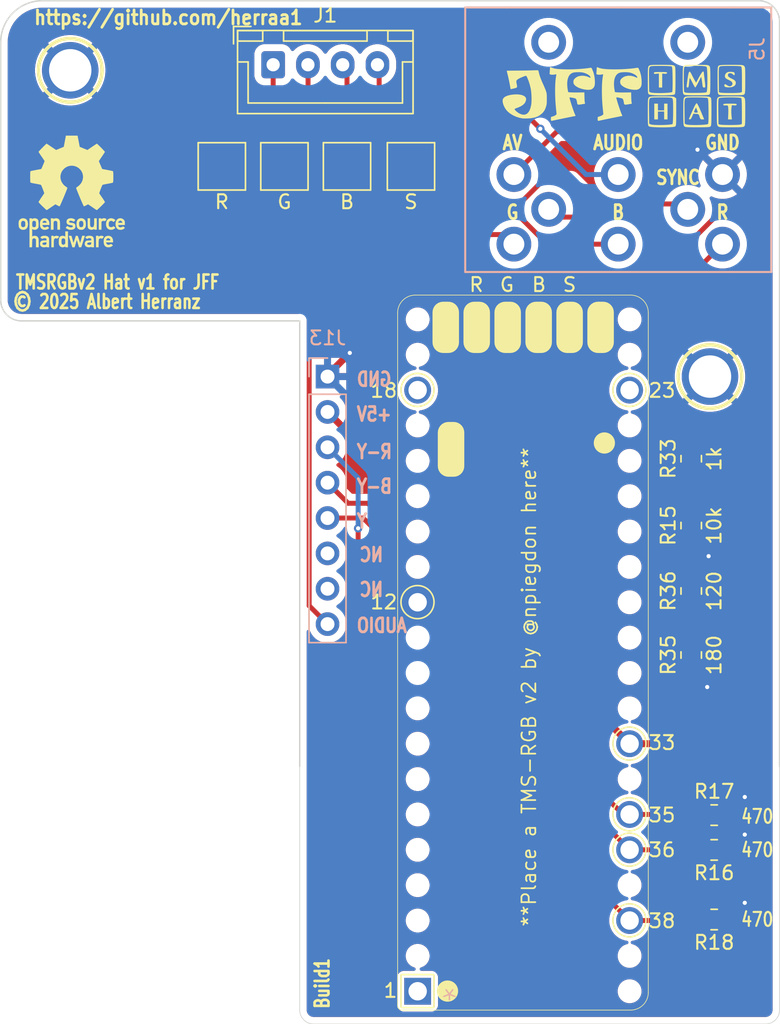
<source format=kicad_pcb>
(kicad_pcb (version 20241229) (generator "pcbnew") (generator_version "9.0")
  (title_block (title "TMSRGBv2 Hat v1 for JFF") (date "2025-07-13") (rev "Build1") (company "Albert Herranz"))
  (layers (0 "F.Cu" signal) (2 "B.Cu" signal) (13 "F.Paste" user) (15 "B.Paste" user) (5 "F.SilkS" user "F.Silkscreen") (7 "B.SilkS" user "B.Silkscreen") (1 "F.Mask" user) (3 "B.Mask" user) (25 "Edge.Cuts" user))
  (net 0 "")
  (net 1 "GND")
  (net 2 "+5V")
  (net 3 "CPUCLK{slash}R-Y")
  (net 4 "EXTVDP{slash}B-Y")
  (net 5 "COMVID{slash}Y")
  (net 6 "AUDIO")
  (net 8 "ROUT")
  (net 9 "GOUT")
  (net 10 "BOUT")
  (net 11 "SYNC_75")
  (net 12 "/YS")
  (net 13 "/AV")
  (footprint "My_Components:Hole_3mm" (layer "F.Cu") (at 67.4 66.5)
    (property "Reference" "HOLE1" (hide yes))
    (property "Value" "HOLE" (hide yes))
  )
  (footprint "TestPoint:TestPoint_Pad_3.0x3.0mm" (layer "F.Cu") (at 87.3 73.4)
    (property "Reference" "H3" (hide yes))
    (property "Value" "B")
  )
  (footprint "TestPoint:TestPoint_Pad_3.0x3.0mm" (layer "F.Cu") (at 78.3 73.4)
    (property "Reference" "H1" (hide yes))
    (property "Value" "R")
  )
  (footprint "Resistor_SMD:R_0805_2012Metric_Pad1.20x1.40mm_HandSolder" (layer "F.Cu") (at 113.7 127.5 180)
    (property "Reference" "R18")
    (property "Value" "470")
  )
  (footprint "TestPoint:TestPoint_Pad_3.0x3.0mm" (layer "F.Cu") (at 82.8 73.4)
    (property "Reference" "H2" (hide yes))
    (property "Value" "G")
  )
  (footprint "Resistor_SMD:R_0805_2012Metric_Pad1.20x1.40mm_HandSolder" (layer "F.Cu") (at 112.05 103.9 90)
    (property "Reference" "R36")
    (property "Value" "120")
  )
  (footprint "Resistor_SMD:R_0805_2012Metric_Pad1.20x1.40mm_HandSolder" (layer "F.Cu") (at 112.05 108.5 90)
    (property "Reference" "R35")
    (property "Value" "180")
  )
  (footprint "Symbol:OSHW-Logo_7.5x8mm_SilkScreen" (layer "F.Cu") (at 67.5 75.2)
    (property "Reference" "SYM1" (hide yes))
    (property "Value" "Logo_Open_Hardware_Large" (hide yes))
  )
  (footprint "Connector_JST:JST_XH_B4B-XH-A_1x04_P2.50mm_Vertical" (layer "F.Cu") (at 81.99 66.1)
    (property "Reference" "J1")
    (property "Value" "TMSRGB-OUT")
  )
  (footprint "Resistor_SMD:R_0805_2012Metric_Pad1.20x1.40mm_HandSolder" (layer "F.Cu") (at 113.7 120 180)
    (property "Reference" "R17")
    (property "Value" "470")
  )
  (footprint "Resistor_SMD:R_0805_2012Metric_Pad1.20x1.40mm_HandSolder" (layer "F.Cu") (at 113.7 122.5 180)
    (property "Reference" "R16")
    (property "Value" "470")
  )
  (footprint "Resistor_SMD:R_0805_2012Metric_Pad1.20x1.40mm_HandSolder" (layer "F.Cu") (at 112.05 94.4 90)
    (property "Reference" "R33")
    (property "Value" "1k")
  )
  (footprint "My_Components:logo-hat" (layer "F.Cu") (at 112.431235 69.480938)
    (property "Reference" "G***" (hide yes))
    (property "Value" "LOGO" (hide yes))
  )
  (footprint "My_Components:Hole_3mm" (layer "F.Cu") (at 113.4 88.5)
    (property "Reference" "HOLE2" (hide yes))
    (property "Value" "HOLE" (hide yes))
  )
  (footprint "TestPoint:TestPoint_Pad_3.0x3.0mm" (layer "F.Cu") (at 91.9 73.4)
    (property "Reference" "H4" (hide yes))
    (property "Value" "S")
  )
  (footprint "My_Components:logo-tms" (layer "F.Cu") (at 112.431235 67.2)
    (property "Reference" "G***" (hide yes))
    (property "Value" "LOGO" (hide yes))
  )
  (footprint "Resistor_SMD:R_0805_2012Metric_Pad1.20x1.40mm_HandSolder" (layer "F.Cu") (at 112.05 99.2 90)
    (property "Reference" "R15")
    (property "Value" "10k")
  )
  (footprint "Connector_PinSocket_2.54mm:PinSocket_1x08_P2.54mm_Vertical" (layer "B.Cu") (at 85.9 88.5 180)
    (property "Reference" "J13")
    (property "Value" "AV EXT")
  )
  (footprint "My_Components:DIN8_eu" (layer "B.Cu") (at 106.8 61.9875)
    (property "Reference" "J5")
    (property "Value" "RGB")
  )
  (footprint "My_Components:TMS992XA" (layer "B.Cu") (at 92.38 132.6522)
    (property "Reference" "U100" (hide yes))
    (property "Value" "TMS-RGB" (hide yes))
  )
  (gr_poly (pts (xy 97.917083 83.730503) (xy 97.972783 83.562602) (xy 98.065683 83.412002) (xy 98.190783 83.286903) (xy 98.341383 83.194004) (xy 98.509283 83.138305) (xy 98.663383 83.122604) (xy 99.044383 83.122604) (xy 99.198483 83.138305) (xy 99.366383 83.194004) (xy 99.516984 83.286903) (xy 99.642084 83.412002) (xy 99.734984 83.562602) (xy 99.790584 83.730503) (xy 99.806385 83.884601) (xy 99.806385 86.043601) (xy 99.790584 86.1977) (xy 99.734984 86.3656) (xy 99.642084 86.5162) (xy 99.516984 86.6413) (xy 99.366383 86.734199) (xy 99.198483 86.789897) (xy 99.044383 86.805599) (xy 98.663383 86.805599) (xy 98.509283 86.789897) (xy 98.341383 86.734199) (xy 98.190783 86.6413) (xy 98.065683 86.5162) (xy 97.972783 86.3656) (xy 97.917083 86.1977) (xy 97.901383 86.043601) (xy 97.901383 83.884601)) (fill yes) (layer "F.SilkS"))
  (gr_line (start 90.940407 83.916355) (end 90.940399 83.916355) (stroke (width 0.05)) (layer "F.SilkS"))
  (gr_line (start 91.257896 134.005351) (end 107.694397 134.005351) (stroke (width 0.05)) (layer "F.SilkS"))
  (gr_poly (pts (xy 93.766377 132.600685) (xy 93.769319 132.561988) (xy 93.774165 132.523853) (xy 93.780866 132.486328) (xy 93.789375 132.449462) (xy 93.799643 132.413302) (xy 93.811623 132.377897) (xy 93.825267 132.343293) (xy 93.840527 132.309539) (xy 93.857354 132.276683) (xy 93.875702 132.244773) (xy 93.895523 132.213856) (xy 93.916768 132.183981) (xy 93.939389 132.155195) (xy 93.963339 132.127546) (xy 93.98857 132.101083) (xy 94.015034 132.075852) (xy 94.042682 132.051902) (xy 94.071468 132.02928) (xy 94.101344 132.008036) (xy 94.13226 131.988215) (xy 94.164171 131.969867) (xy 94.197027 131.953039) (xy 94.23078 131.93778) (xy 94.265384 131.924136) (xy 94.30079 131.912156) (xy 94.33695 131.901888) (xy 94.373816 131.893379) (xy 94.41134 131.886678) (xy 94.449475 131.881832) (xy 94.488173 131.878889) (xy 94.527385 131.877898) (xy 94.566598 131.878889) (xy 94.605295 131.881832) (xy 94.64343 131.886678) (xy 94.680955 131.893379) (xy 94.717821 131.901888) (xy 94.753981 131.912156) (xy 94.789386 131.924136) (xy 94.82399 131.93778) (xy 94.857744 131.953039) (xy 94.8906 131.969867) (xy 94.92251 131.988215) (xy 94.953427 132.008036) (xy 94.983302 132.02928) (xy 95.012088 132.051902) (xy 95.039737 132.075852) (xy 95.0662 132.101083) (xy 95.091431 132.127546) (xy 95.115381 132.155195) (xy 95.138003 132.183981) (xy 95.159247 132.213856) (xy 95.179068 132.244773) (xy 95.197416 132.276683) (xy 95.214244 132.309539) (xy 95.229503 132.343293) (xy 95.243147 132.377897) (xy 95.255127 132.413302) (xy 95.265395 132.449462) (xy 95.273904 132.486328) (xy 95.280605 132.523853) (xy 95.285451 132.561988) (xy 95.288394 132.600685) (xy 95.289385 132.639898) (xy 95.288394 132.67911) (xy 95.285451 132.717808) (xy 95.280605 132.755943) (xy 95.273904 132.793467) (xy 95.265395 132.830334) (xy 95.255127 132.866493) (xy 95.243147 132.901899) (xy 95.229503 132.936503) (xy 95.214244 132.970256) (xy 95.197416 133.003112) (xy 95.179068 133.035023) (xy 95.159247 133.065939) (xy 95.138003 133.095815) (xy 95.115381 133.124601) (xy 95.091431 133.152249) (xy 95.0662 133.178713) (xy 95.039737 133.203944) (xy 95.012088 133.227894) (xy 94.983302 133.250515) (xy 94.953427 133.27176) (xy 94.92251 133.291581) (xy 94.8906 133.309929) (xy 94.857744 133.326756) (xy 94.82399 133.342016) (xy 94.789386 133.35566) (xy 94.753981 133.36764) (xy 94.717821 133.377908) (xy 94.680955 133.386417) (xy 94.64343 133.393118) (xy 94.605295 133.397964) (xy 94.566598 133.400906) (xy 94.527385 133.401898) (xy 94.488173 133.400906) (xy 94.449475 133.397964) (xy 94.41134 133.393118) (xy 94.373816 133.386417) (xy 94.33695 133.377908) (xy 94.30079 133.36764) (xy 94.265384 133.35566) (xy 94.23078 133.342016) (xy 94.197027 133.326756) (xy 94.164171 133.309929) (xy 94.13226 133.291581) (xy 94.101344 133.27176) (xy 94.071468 133.250515) (xy 94.042682 133.227894) (xy 94.015034 133.203944) (xy 93.98857 133.178713) (xy 93.963339 133.152249) (xy 93.939389 133.124601) (xy 93.916768 133.095815) (xy 93.895523 133.065939) (xy 93.875702 133.035023) (xy 93.857354 133.003112) (xy 93.840527 132.970256) (xy 93.825267 132.936503) (xy 93.811623 132.901899) (xy 93.799643 132.866493) (xy 93.789375 132.830334) (xy 93.780866 132.793467) (xy 93.774165 132.755943) (xy 93.769319 132.717808) (xy 93.766377 132.67911) (xy 93.765385 132.639898)) (fill yes) (layer "F.SilkS"))
  (gr_poly (pts (xy 95.690382 83.730503) (xy 95.746082 83.562602) (xy 95.838882 83.412002) (xy 95.963982 83.286903) (xy 96.114582 83.194004) (xy 96.282582 83.138305) (xy 96.436682 83.122604) (xy 96.817682 83.122604) (xy 96.971682 83.138305) (xy 97.139682 83.194004) (xy 97.290282 83.286903) (xy 97.415383 83.412002) (xy 97.508282 83.562602) (xy 97.563883 83.730503) (xy 97.579683 83.884601) (xy 97.579683 86.043601) (xy 97.563883 86.1977) (xy 97.508282 86.3656) (xy 97.415383 86.5162) (xy 97.290282 86.6413) (xy 97.139682 86.734199) (xy 96.971682 86.789897) (xy 96.817682 86.805599) (xy 96.436682 86.805599) (xy 96.282582 86.789897) (xy 96.114582 86.734199) (xy 95.963982 86.6413) (xy 95.838882 86.5162) (xy 95.746082 86.3656) (xy 95.690382 86.1977) (xy 95.674682 86.043601) (xy 95.674682 83.884601)) (fill yes) (layer "F.SilkS"))
  (gr_poly (pts (xy 100.143881 83.730503) (xy 100.199481 83.562602) (xy 100.292381 83.412002) (xy 100.417481 83.286903) (xy 100.568082 83.194004) (xy 100.735982 83.138305) (xy 100.890082 83.122604) (xy 101.271082 83.122604) (xy 101.425182 83.138305) (xy 101.593082 83.194004) (xy 101.743683 83.286903) (xy 101.868783 83.412002) (xy 101.961683 83.562602) (xy 102.017383 83.730503) (xy 102.033084 83.884601) (xy 102.033084 86.043601) (xy 102.017383 86.1977) (xy 101.961683 86.3656) (xy 101.868783 86.5162) (xy 101.743683 86.6413) (xy 101.593082 86.734199) (xy 101.425182 86.789897) (xy 101.271082 86.805599) (xy 100.890082 86.805599) (xy 100.735982 86.789897) (xy 100.568082 86.734199) (xy 100.417481 86.6413) (xy 100.292381 86.5162) (xy 100.199481 86.3656) (xy 100.143881 86.1977) (xy 100.12808 86.043601) (xy 100.12808 83.884601)) (fill yes) (layer "F.SilkS"))
  (gr_poly (pts (xy 93.463687 83.730503) (xy 93.519287 83.562602) (xy 93.612187 83.412002) (xy 93.737287 83.286903) (xy 93.887886 83.194004) (xy 94.055787 83.138305) (xy 94.209887 83.122604) (xy 94.590887 83.122604) (xy 94.744986 83.138305) (xy 94.912986 83.194004) (xy 95.063482 83.286903) (xy 95.188682 83.412002) (xy 95.281482 83.562602) (xy 95.337182 83.730503) (xy 95.352882 83.884601) (xy 95.352882 86.043601) (xy 95.337182 86.1977) (xy 95.281482 86.3656) (xy 95.188682 86.5162) (xy 95.063482 86.6413) (xy 94.912986 86.734199) (xy 94.744986 86.789897) (xy 94.590887 86.805599) (xy 94.209887 86.805599) (xy 94.055787 86.789897) (xy 93.887886 86.734199) (xy 93.737287 86.6413) (xy 93.612187 86.5162) (xy 93.519287 86.3656) (xy 93.463687 86.1977) (xy 93.447887 86.043601) (xy 93.447887 83.884601)) (fill yes) (layer "F.SilkS"))
  (gr_poly (pts (xy 106.421773 119.878773) (xy 106.426361 119.818434) (xy 106.433917 119.758973) (xy 106.444366 119.700463) (xy 106.457633 119.64298) (xy 106.473644 119.586599) (xy 106.492323 119.531393) (xy 106.513597 119.477437) (xy 106.537391 119.424807) (xy 106.56363 119.373577) (xy 106.592239 119.323821) (xy 106.623144 119.275615) (xy 106.65627 119.229032) (xy 106.691543 119.184148) (xy 106.728887 119.141036) (xy 106.768228 119.099773) (xy 106.809492 119.060432) (xy 106.852604 119.023088) (xy 106.897489 118.987816) (xy 106.944072 118.95469) (xy 106.992279 118.923785) (xy 107.042035 118.895176) (xy 107.093266 118.868937) (xy 107.145897 118.845144) (xy 107.199853 118.82387) (xy 107.25506 118.80519) (xy 107.311443 118.789179) (xy 107.368927 118.775912) (xy 107.427438 118.765463) (xy 107.4869 118.757908) (xy 107.54724 118.753319) (xy 107.608383 118.751773) (xy 107.669526 118.753319) (xy 107.729866 118.757908) (xy 107.789328 118.765463) (xy 107.847839 118.775912) (xy 107.905323 118.789179) (xy 107.961706 118.80519) (xy 108.016912 118.82387) (xy 108.070868 118.845144) (xy 108.123499 118.868937) (xy 108.17473 118.895176) (xy 108.224487 118.923785) (xy 108.272694 118.95469) (xy 108.319277 118.987816) (xy 108.364162 119.023088) (xy 108.407274 119.060432) (xy 108.448538 119.099773) (xy 108.487879 119.141036) (xy 108.525223 119.184148) (xy 108.560496 119.229032) (xy 108.593622 119.275615) (xy 108.624527 119.323821) (xy 108.653136 119.373577) (xy 108.679375 119.424807) (xy 108.703168 119.477437) (xy 108.724442 119.531393) (xy 108.743122 119.586599) (xy 108.759133 119.64298) (xy 108.7724 119.700463) (xy 108.782849 119.758973) (xy 108.790405 119.818434) (xy 108.794993 119.878773) (xy 108.796539 119.939914) (xy 108.794993 120.001055) (xy 108.790405 120.061394) (xy 108.782849 120.120856) (xy 108.7724 120.179366) (xy 108.759133 120.236849) (xy 108.743122 120.293231) (xy 108.724442 120.348437) (xy 108.703168 120.402393) (xy 108.679375 120.455024) (xy 108.653136 120.506255) (xy 108.624527 120.556011) (xy 108.593622 120.604218) (xy 108.560496 120.650802) (xy 108.525223 120.695687) (xy 108.487879 120.738799) (xy 108.448538 120.780063) (xy 108.407274 120.819405) (xy 108.364162 120.856749) (xy 108.319277 120.892022) (xy 108.272694 120.925149) (xy 108.224487 120.956054) (xy 108.17473 120.984664) (xy 108.123499 121.010903) (xy 108.070868 121.034697) (xy 108.016912 121.055972) (xy 107.961706 121.074652) (xy 107.905323 121.090663) (xy 107.847839 121.103931) (xy 107.789328 121.11438) (xy 107.729866 121.121936) (xy 107.669526 121.126524) (xy 107.608383 121.12807) (xy 107.54724 121.126524) (xy 107.4869 121.121936) (xy 107.427438 121.11438) (xy 107.368927 121.103931) (xy 107.311443 121.090663) (xy 107.25506 121.074652) (xy 107.199853 121.055972) (xy 107.145897 121.034697) (xy 107.093266 121.010903) (xy 107.042035 120.984664) (xy 106.992279 120.956054) (xy 106.944072 120.925149) (xy 106.897489 120.892022) (xy 106.852604 120.856749) (xy 106.809492 120.819405) (xy 106.768228 120.780063) (xy 106.728887 120.738799) (xy 106.691543 120.695687) (xy 106.65627 120.650802) (xy 106.623144 120.604218) (xy 106.592239 120.556011) (xy 106.56363 120.506255) (xy 106.537391 120.455024) (xy 106.513597 120.402393) (xy 106.492323 120.348437) (xy 106.473644 120.293231) (xy 106.457633 120.236849) (xy 106.444366 120.179366) (xy 106.433917 120.120856) (xy 106.426361 120.061394) (xy 106.421773 120.001055) (xy 106.420227 119.939914)) (stroke (width 0.115499)) (fill no) (layer "F.SilkS"))
  (gr_poly (pts (xy 91.185742 131.497088) (xy 91.201682 131.473288) (xy 91.225472 131.457288) (xy 91.253532 131.452288) (xy 93.483144 131.452288) (xy 93.511204 131.457288) (xy 93.534994 131.473288) (xy 93.550934 131.497088) (xy 93.556434 131.525088) (xy 93.556434 133.754708) (xy 93.550934 133.782708) (xy 93.534994 133.806508) (xy 93.511204 133.822508) (xy 93.483144 133.827508) (xy 91.253532 133.827508) (xy 91.225472 133.822508) (xy 91.201682 133.806508) (xy 91.185742 133.782708) (xy 91.180242 133.754708) (xy 91.180242 131.525088)) (stroke (width 0.1155)) (fill no) (layer "F.SilkS"))
  (gr_poly (pts (xy 104.59728 83.730503) (xy 104.652981 83.562602) (xy 104.745781 83.412002) (xy 104.870981 83.286903) (xy 105.021481 83.194004) (xy 105.189481 83.138305) (xy 105.343582 83.122604) (xy 105.724581 83.122604) (xy 105.878682 83.138305) (xy 106.046582 83.194004) (xy 106.197182 83.286903) (xy 106.322283 83.412002) (xy 106.415183 83.562602) (xy 106.470783 83.730503) (xy 106.486583 83.884601) (xy 106.486583 86.043601) (xy 106.470783 86.1977) (xy 106.415183 86.3656) (xy 106.322283 86.5162) (xy 106.197182 86.6413) (xy 106.046582 86.734199) (xy 105.878682 86.789897) (xy 105.724581 86.805599) (xy 105.343582 86.805599) (xy 105.189481 86.789897) (xy 105.021481 86.734199) (xy 104.870981 86.6413) (xy 104.745781 86.5162) (xy 104.652981 86.3656) (xy 104.59728 86.1977) (xy 104.58158 86.043601) (xy 104.58158 83.884601)) (fill yes) (layer "F.SilkS"))
  (gr_curve (pts (xy 108.592422 83.018329) (xy 108.354248 82.780155) (xy 108.031219 82.64635) (xy 107.694397 82.64635)) (stroke (width 0.05)) (layer "F.SilkS"))
  (gr_line (start 108.964401 132.735355) (end 108.964401 83.916355) (stroke (width 0.05)) (layer "F.SilkS"))
  (gr_poly (pts (xy 91.181783 89.398762) (xy 91.186371 89.338423) (xy 91.193926 89.278961) (xy 91.204375 89.220452) (xy 91.217642 89.162968) (xy 91.233653 89.106586) (xy 91.252332 89.05138) (xy 91.273606 88.997424) (xy 91.2974 88.944793) (xy 91.323638 88.893563) (xy 91.352247 88.843806) (xy 91.383152 88.795599) (xy 91.416277 88.749015) (xy 91.451549 88.70413) (xy 91.488893 88.661018) (xy 91.528234 88.619754) (xy 91.569498 88.580413) (xy 91.612609 88.543068) (xy 91.657493 88.507795) (xy 91.704076 88.474668) (xy 91.752283 88.443763) (xy 91.802039 88.415153) (xy 91.85327 88.388914) (xy 91.905901 88.36512) (xy 91.959857 88.343845) (xy 92.015063 88.325165) (xy 92.071446 88.309154) (xy 92.128929 88.295887) (xy 92.18744 88.285438) (xy 92.246902 88.277881) (xy 92.307242 88.273293) (xy 92.368385 88.271747) (xy 92.429527 88.273293) (xy 92.489866 88.277881) (xy 92.549328 88.285438) (xy 92.607838 88.295887) (xy 92.665322 88.309154) (xy 92.721704 88.325165) (xy 92.77691 88.343845) (xy 92.830866 88.36512) (xy 92.883497 88.388914) (xy 92.934727 88.415153) (xy 92.984483 88.443763) (xy 93.03269 88.474668) (xy 93.079273 88.507795) (xy 93.124158 88.543068) (xy 93.167269 88.580413) (xy 93.208533 88.619754) (xy 93.247874 88.661018) (xy 93.285218 88.70413) (xy 93.320491 88.749015) (xy 93.353617 88.795599) (xy 93.384521 88.843806) (xy 93.41313 88.893563) (xy 93.439369 88.944793) (xy 93.463163 88.997424) (xy 93.484437 89.05138) (xy 93.503117 89.106586) (xy 93.519127 89.162968) (xy 93.532395 89.220452) (xy 93.542843 89.278961) (xy 93.550399 89.338423) (xy 93.554988 89.398762) (xy 93.556534 89.459903) (xy 93.554988 89.521045) (xy 93.550399 89.581383) (xy 93.542843 89.640845) (xy 93.532395 89.699355) (xy 93.519127 89.756838) (xy 93.503117 89.81322) (xy 93.484437 89.868426) (xy 93.463163 89.922382) (xy 93.439369 89.975013) (xy 93.41313 90.026244) (xy 93.384521 90.076) (xy 93.353617 90.124207) (xy 93.320491 90.170791) (xy 93.285218 90.215676) (xy 93.247874 90.258788) (xy 93.208533 90.300052) (xy 93.167269 90.339394) (xy 93.124158 90.376738) (xy 93.079273 90.412011) (xy 93.03269 90.445138) (xy 92.984483 90.476043) (xy 92.934727 90.504653) (xy 92.883497 90.530892) (xy 92.830866 90.554686) (xy 92.77691 90.575961) (xy 92.721704 90.594641) (xy 92.665322 90.610652) (xy 92.607838 90.62392) (xy 92.549328 90.634369) (xy 92.489866 90.641925) (xy 92.429527 90.646513) (xy 92.368385 90.648059) (xy 92.307242 90.646513) (xy 92.246902 90.641925) (xy 92.18744 90.634369) (xy 92.128929 90.62392) (xy 92.071446 90.610652) (xy 92.015063 90.594641) (xy 91.959857 90.575961) (xy 91.905901 90.554686) (xy 91.85327 90.530892) (xy 91.802039 90.504653) (xy 91.752283 90.476043) (xy 91.704076 90.445138) (xy 91.657493 90.412011) (xy 91.612609 90.376738) (xy 91.569498 90.339394) (xy 91.528234 90.300052) (xy 91.488893 90.258788) (xy 91.451549 90.215676) (xy 91.416277 90.170791) (xy 91.383152 90.124207) (xy 91.352247 90.076) (xy 91.323638 90.026244) (xy 91.2974 89.975013) (xy 91.273606 89.922382) (xy 91.252332 89.868426) (xy 91.233653 89.81322) (xy 91.217642 89.756838) (xy 91.204375 89.699355) (xy 91.193926 89.640845) (xy 91.186371 89.581383) (xy 91.181783 89.521045) (xy 91.180237 89.459903)) (stroke (width 0.115499)) (fill no) (layer "F.SilkS"))
  (gr_poly (pts (xy 93.844587 92.366504) (xy 93.900287 92.198604) (xy 93.993187 92.048004) (xy 94.118287 91.922904) (xy 94.268887 91.830005) (xy 94.436787 91.774307) (xy 94.590887 91.758605) (xy 94.971883 91.758605) (xy 95.125982 91.774307) (xy 95.293883 91.830005) (xy 95.444483 91.922904) (xy 95.569583 92.048004) (xy 95.662482 92.198604) (xy 95.718182 92.366504) (xy 95.733882 92.520603) (xy 95.733882 94.933605) (xy 95.718182 95.087703) (xy 95.662482 95.255603) (xy 95.569583 95.406204) (xy 95.444483 95.531303) (xy 95.293883 95.624202) (xy 95.125982 95.679901) (xy 94.971883 95.695602) (xy 94.590887 95.695598) (xy 94.436787 95.679897) (xy 94.268887 95.624198) (xy 94.118287 95.531299) (xy 93.993187 95.4062) (xy 93.900287 95.255599) (xy 93.844587 95.087699) (xy 93.828886 94.933601) (xy 93.828886 92.520603)) (fill yes) (layer "F.SilkS"))
  (gr_poly (pts (xy 106.421777 89.398757) (xy 106.426365 89.338418) (xy 106.433921 89.278956) (xy 106.44437 89.220446) (xy 106.457637 89.162962) (xy 106.473647 89.10658) (xy 106.492327 89.051374) (xy 106.513601 88.997418) (xy 106.537395 88.944788) (xy 106.563634 88.893557) (xy 106.592243 88.843801) (xy 106.623148 88.795594) (xy 106.656274 88.749011) (xy 106.691546 88.704126) (xy 106.72889 88.661015) (xy 106.768231 88.619751) (xy 106.809495 88.58041) (xy 106.852606 88.543066) (xy 106.897491 88.507794) (xy 106.944074 88.474668) (xy 106.992281 88.443763) (xy 107.042037 88.415154) (xy 107.093267 88.388915) (xy 107.145898 88.365121) (xy 107.199854 88.343847) (xy 107.25506 88.325168) (xy 107.311442 88.309157) (xy 107.368926 88.29589) (xy 107.427436 88.285441) (xy 107.486898 88.277885) (xy 107.547237 88.273297) (xy 107.608379 88.271751) (xy 107.669521 88.273297) (xy 107.72986 88.277885) (xy 107.789322 88.285441) (xy 107.847833 88.29589) (xy 107.905316 88.309157) (xy 107.961698 88.325168) (xy 108.016905 88.343847) (xy 108.07086 88.365121) (xy 108.123491 88.388915) (xy 108.174721 88.415154) (xy 108.224477 88.443763) (xy 108.272684 88.474668) (xy 108.319267 88.507794) (xy 108.364152 88.543066) (xy 108.407263 88.58041) (xy 108.448527 88.619751) (xy 108.487868 88.661015) (xy 108.525212 88.704126) (xy 108.560485 88.749011) (xy 108.593611 88.795594) (xy 108.624515 88.843801) (xy 108.653125 88.893557) (xy 108.679363 88.944788) (xy 108.703157 88.997418) (xy 108.724431 89.051374) (xy 108.743111 89.10658) (xy 108.759122 89.162962) (xy 108.772389 89.220446) (xy 108.782837 89.278956) (xy 108.790393 89.338418) (xy 108.794982 89.398757) (xy 108.796528 89.459899) (xy 108.794982 89.521041) (xy 108.790393 89.581381) (xy 108.782837 89.640843) (xy 108.772389 89.699353) (xy 108.759122 89.756836) (xy 108.743111 89.813218) (xy 108.724431 89.868425) (xy 108.703157 89.92238) (xy 108.679363 89.975011) (xy 108.653125 90.026242) (xy 108.624515 90.075998) (xy 108.593611 90.124205) (xy 108.560485 90.170788) (xy 108.525212 90.215672) (xy 108.487868 90.258784) (xy 108.448527 90.300047) (xy 108.407263 90.339389) (xy 108.364152 90.376733) (xy 108.319267 90.412005) (xy 108.272684 90.445131) (xy 108.224477 90.476036) (xy 108.174721 90.504645) (xy 108.123491 90.530884) (xy 108.07086 90.554677) (xy 108.016905 90.575951) (xy 107.961698 90.594631) (xy 107.905316 90.610642) (xy 107.847833 90.623909) (xy 107.789322 90.634358) (xy 107.72986 90.641914) (xy 107.669521 90.646502) (xy 107.608379 90.648048) (xy 107.547237 90.646502) (xy 107.486898 90.641914) (xy 107.427436 90.634358) (xy 107.368926 90.623909) (xy 107.311442 90.610642) (xy 107.25506 90.594631) (xy 107.199854 90.575951) (xy 107.145898 90.554677) (xy 107.093267 90.530884) (xy 107.042037 90.504645) (xy 106.992281 90.476036) (xy 106.944074 90.445131) (xy 106.897491 90.412005) (xy 106.852606 90.376733) (xy 106.809495 90.339389) (xy 106.768231 90.300047) (xy 106.72889 90.258784) (xy 106.691546 90.215672) (xy 106.656274 90.170788) (xy 106.623148 90.124205) (xy 106.592243 90.075998) (xy 106.563634 90.026242) (xy 106.537395 89.975011) (xy 106.513601 89.92238) (xy 106.492327 89.868425) (xy 106.473647 89.813218) (xy 106.457637 89.756836) (xy 106.44437 89.699353) (xy 106.433921 89.640843) (xy 106.426365 89.581381) (xy 106.421777 89.521041) (xy 106.420231 89.459899)) (stroke (width 0.1155)) (fill no) (layer "F.SilkS"))
  (gr_poly (pts (xy 105.284456 66.277129) (xy 105.333139 66.293379) (xy 105.384348 66.31235) (xy 105.482019 66.345244) (xy 105.589342 66.371638) (xy 105.712572 66.392321) (xy 105.85798 66.408087) (xy 106.031809 66.419768) (xy 106.240335 66.428156) (xy 106.298395 66.429915) (xy 106.555834 66.43299) (xy 106.828043 66.429476) (xy 107.106043 66.419688) (xy 107.380853 66.404231) (xy 107.64348 66.383677) (xy 107.88495 66.358557) (xy 108.096269 66.329394) (xy 108.164797 66.317755) (xy 108.20762 66.313803) (xy 108.236116 66.327063) (xy 108.263033 66.366458) (xy 108.278581 66.396102) (xy 108.380777 66.639739) (xy 108.448541 66.90362) (xy 108.482706 67.19113) (xy 108.484026 67.216338) (xy 108.48842 67.378001) (xy 108.482362 67.505347) (xy 108.464441 67.605727) (xy 108.433092 67.686461) (xy 108.386766 67.754912) (xy 108.365999 67.778094) (xy 108.292337 67.840144) (xy 108.206461 67.880019) (xy 108.1 67.9) (xy 107.964571 67.902197) (xy 107.915003 67.899565) (xy 107.728914 67.877345) (xy 107.548303 67.836283) (xy 107.379694 67.77928) (xy 107.22957 67.709219) (xy 107.10444 67.628989) (xy 107.01082 67.541491) (xy 106.967874 67.478171) (xy 106.942575 67.39305) (xy 106.939943 67.293913) (xy 106.959757 67.202815) (xy 106.968492 67.183363) (xy 107.030924 67.099707) (xy 107.124063 67.021441) (xy 107.23617 66.95724) (xy 107.316309 66.926325) (xy 107.508486 66.888907) (xy 107.706224 66.892859) (xy 107.905657 66.937468) (xy 108.038614 66.990176) (xy 108.108476 67.021971) (xy 108.148439 67.036242) (xy 108.16675 67.034487) (xy 108.171671 67.017802) (xy 108.171777 67.01192) (xy 108.151926 66.950408) (xy 108.096643 66.884993) (xy 108.012308 66.81975) (xy 107.905306 66.758746) (xy 107.782022 66.70605) (xy 107.648821 66.66574) (xy 107.618349 66.658843) (xy 107.512644 66.643607) (xy 107.383722 66.635748) (xy 107.244951 66.634867) (xy 107.109689 66.641108) (xy 106.991296 66.654021) (xy 106.911112 66.670924) (xy 106.783449 66.730128) (xy 106.678308 66.823824) (xy 106.596269 66.950011) (xy 106.537935 67.106707) (xy 106.5039 67.291911) (xy 106.494722 67.503626) (xy 106.511011 67.739855) (xy 106.539468 67.927435) (xy 106.564897 68.065791) (xy 106.692484 68.081992) (xy 106.752763 68.086649) (xy 106.846933 68.090163) (xy 106.966295 68.09236) (xy 107.102167 68.093237) (xy 107.245851 68.092795) (xy 107.275362 68.092474) (xy 107.730669 68.086897) (xy 107.736154 68.395552) (xy 107.739664 68.515295) (xy 107.745203 68.628397) (xy 107.752138 68.723856) (xy 107.759821 68.790671) (xy 107.762018 68.802222) (xy 107.782175 68.900214) (xy 107.577966 68.935606) (xy 107.449526 68.956862) (xy 107.356531 68.967837) (xy 107.29265 68.966517) (xy 107.25155 68.950575) (xy 107.226869 68.91799) (xy 107.212335 68.866648) (xy 107.203729 68.81082) (xy 107.180582 68.682742) (xy 107.150331 68.592978) (xy 107.111635 68.537657) (xy 107.111614 68.537637) (xy 107.111592 68.537616) (xy 107.11157 68.537595) (xy 107.111546 68.537573) (xy 107.111499 68.537531) (xy 107.111452 68.537489) (xy 107.079347 68.522425) (xy 107.01864 68.504374) (xy 106.940317 68.485537) (xy 106.855356 68.468104) (xy 106.774721 68.454226) (xy 106.70939 68.446143) (xy 106.670358 68.446017) (xy 106.664865 68.448214) (xy 106.664789 68.474215) (xy 106.677171 68.534277) (xy 106.700136 68.62242) (xy 106.73176 68.732649) (xy 106.770097 68.858961) (xy 106.813265 68.995375) (xy 106.859331 69.135889) (xy 106.906389 69.274504) (xy 106.952532 69.405234) (xy 106.995828 69.522078) (xy 107.034387 69.619048) (xy 107.050676 69.656859) (xy 107.078119 69.719977) (xy 107.095903 69.764174) (xy 107.100298 69.779234) (xy 107.075044 69.783186) (xy 107.013559 69.794958) (xy 106.921251 69.813185) (xy 106.803522 69.83676) (xy 106.665819 69.8646) (xy 106.513544 69.89556) (xy 106.352129 69.928542) (xy 106.186998 69.962439) (xy 106.023569 69.996123) (xy 105.867258 70.028487) (xy 105.723497 70.05844) (xy 105.597711 70.084837) (xy 105.49531 70.106573) (xy 105.421716 70.122565) (xy 105.382372 70.131606) (xy 105.380617 70.132047) (xy 105.378862 70.132483) (xy 105.345972 70.126776) (xy 105.329546 70.092436) (xy 105.323007 70.039) (xy 105.322565 69.968306) (xy 105.323885 69.947531) (xy 105.330606 69.853453) (xy 105.478777 69.805907) (xy 105.560899 69.774596) (xy 105.633257 69.738409) (xy 105.679804 69.705473) (xy 105.732668 69.652617) (xy 105.680643 69.146349) (xy 105.65996 68.910612) (xy 105.644235 68.658965) (xy 105.633478 68.39865) (xy 105.627718 68.136893) (xy 105.62684 67.880938) (xy 105.631235 67.638014) (xy 105.640588 67.41537) (xy 105.654993 67.220225) (xy 105.674494 67.059825) (xy 105.675371 67.054247) (xy 105.691225 66.953589) (xy 105.703958 66.869715) (xy 105.712389 66.81069) (xy 105.715463 66.784564) (xy 105.715454 66.784508) (xy 105.715445 66.784453) (xy 105.715424 66.784342) (xy 105.715379 66.784121) (xy 105.695139 66.785876) (xy 105.647814 66.795184) (xy 105.628053 66.79962) (xy 105.525758 66.815341) (xy 105.419756 66.818415) (xy 105.32728 66.809237) (xy 105.286615 66.798258) (xy 105.22915 66.776434) (xy 105.244478 66.526881) (xy 105.250841 66.428988) (xy 105.256777 66.348277) (xy 105.261606 66.293265) (xy 105.264681 66.272494)) (fill yes) (layer "F.SilkS"))
  (gr_poly (pts (xy 101.025408 66.498728) (xy 101.047319 66.502242) (xy 101.059702 66.528761) (xy 101.076525 66.585639) (xy 101.094439 66.661364) (xy 101.097071 66.673792) (xy 101.141993 66.845789) (xy 101.212717 67.051066) (xy 101.309053 67.28916) (xy 101.413668 67.522803) (xy 101.467852 67.643187) (xy 101.521128 67.768191) (xy 101.567926 67.884303) (xy 101.602663 67.978011) (xy 101.607096 67.991099) (xy 101.628969 68.059733) (xy 101.644777 68.119067) (xy 101.655535 68.178221) (xy 101.66221 68.24631) (xy 101.66572 68.332438) (xy 101.667047 68.445742) (xy 101.667376 68.544546) (xy 101.666986 68.686739) (xy 101.664789 68.795634) (xy 101.659784 68.880465) (xy 101.651224 68.950495) (xy 101.638308 69.014975) (xy 101.620218 69.083155) (xy 101.619341 69.086668) (xy 101.562769 69.252898) (xy 101.494989 69.389845) (xy 101.408609 69.510619) (xy 101.335665 69.59001) (xy 101.173906 69.72235) (xy 100.981119 69.825575) (xy 100.757311 69.899672) (xy 100.502527 69.94464) (xy 100.285006 69.959395) (xy 100.173403 69.961592) (xy 100.070673 69.961928) (xy 99.987803 69.960608) (xy 99.935785 69.957533) (xy 99.93358 69.957289) (xy 99.701334 69.912314) (xy 99.472841 69.839621) (xy 99.255964 69.74317) (xy 99.058577 69.626891) (xy 98.888518 69.494719) (xy 98.774698 69.376883) (xy 98.67631 69.241587) (xy 98.596239 69.098059) (xy 98.536654 68.953337) (xy 98.49972 68.814478) (xy 98.487646 68.688528) (xy 98.502573 68.582552) (xy 98.517988 68.544566) (xy 98.587729 68.455325) (xy 98.697191 68.379874) (xy 98.845705 68.318537) (xy 99.032622 68.271624) (xy 99.121996 68.256339) (xy 99.33798 68.232672) (xy 99.536043 68.22872) (xy 99.71319 68.242991) (xy 99.866411 68.274653) (xy 99.992701 68.322691) (xy 100.089068 68.386038) (xy 100.152514 68.463641) (xy 100.180002 68.554453) (xy 100.176493 68.624445) (xy 100.134638 68.760615) (xy 100.060236 68.880862) (xy 99.95112 68.987101) (xy 99.805155 69.081267) (xy 99.620211 69.165274) (xy 99.543371 69.19351) (xy 99.451304 69.227015) (xy 99.393458 69.252444) (xy 99.363157 69.273611) (xy 99.353804 69.294382) (xy 99.354231 69.302203) (xy 99.37623 69.345194) (xy 99.426767 69.40222) (xy 99.497465 69.466017) (xy 99.579966 69.529349) (xy 99.665896 69.584975) (xy 99.705896 69.606802) (xy 99.861185 69.6687) (xy 100.002901 69.690436) (xy 100.130564 69.672385) (xy 100.24367 69.614951) (xy 100.341715 69.518477) (xy 100.424196 69.383337) (xy 100.490625 69.209902) (xy 100.540491 68.998545) (xy 100.542688 68.985903) (xy 100.559725 68.844946) (xy 100.568468 68.673788) (xy 100.569345 68.483931) (xy 100.562494 68.286868) (xy 100.548357 68.0941) (xy 100.527239 67.917128) (xy 100.509623 67.814486) (xy 100.440828 67.528143) (xy 100.352137 67.253985) (xy 100.26478 67.04214) (xy 100.233294 66.972861) (xy 100.208658 66.926875) (xy 100.182619 66.902457) (xy 100.146914 66.897845) (xy 100.093309 66.91128) (xy 100.013552 66.941054) (xy 99.933664 66.972277) (xy 99.778559 67.037226) (xy 99.652445 67.100356) (xy 99.559038 67.159495) (xy 99.502058 67.212473) (xy 99.490637 67.230738) (xy 99.477156 67.268679) (xy 99.474081 67.312834) (xy 99.481459 67.375521) (xy 99.495993 67.45122) (xy 99.512281 67.537486) (xy 99.524183 67.614615) (xy 99.529322 67.667223) (xy 99.529375 67.670737) (xy 99.523226 67.707709) (xy 99.500433 67.736777) (xy 99.454462 67.76163) (xy 99.378801 67.785876) (xy 99.279318 67.810332) (xy 99.201239 67.828646) (xy 99.136305 67.844588) (xy 99.099505 67.854422) (xy 99.073771 67.852667) (xy 99.057745 67.821402) (xy 99.050318 67.784823) (xy 99.017119 67.593062) (xy 98.97724 67.383681) (xy 98.933943 67.172427) (xy 98.890379 66.975051) (xy 98.857485 66.837592) (xy 98.831225 66.732016) (xy 98.809141 66.641772) (xy 98.793112 66.574603) (xy 98.784991 66.538245) (xy 98.784548 66.534289) (xy 98.805014 66.531657) (xy 98.863234 66.529025) (xy 98.954359 66.526393) (xy 99.073549 66.524191) (xy 99.215983 66.522437) (xy 99.376806 66.521117) (xy 99.524237 66.520239) (xy 99.719317 66.519362) (xy 99.919802 66.517607) (xy 100.116892 66.514971) (xy 100.301752 66.511897) (xy 100.465586 66.508387) (xy 100.599573 66.504874) (xy 100.647089 66.503119) (xy 100.770929 66.499167) (xy 100.880053 66.496966) (xy 100.96734 66.496909)) (fill yes) (layer "F.SilkS"))
  (gr_curve (pts (xy 108.964401 83.916355) (xy 108.964393 83.579532) (xy 108.830597 83.256504) (xy 108.592422 83.018329)) (stroke (width 0.05)) (layer "F.SilkS"))
  (gr_poly (pts (xy 102.37058 83.730503) (xy 102.426181 83.562602) (xy 102.519081 83.412002) (xy 102.644181 83.286903) (xy 102.794781 83.194004) (xy 102.962782 83.138305) (xy 103.116782 83.122604) (xy 103.497781 83.122604) (xy 103.651882 83.138305) (xy 103.819882 83.194004) (xy 103.970483 83.286903) (xy 104.095583 83.412002) (xy 104.188483 83.562602) (xy 104.244083 83.730503) (xy 104.259783 83.884601) (xy 104.259783 86.043601) (xy 104.244083 86.1977) (xy 104.188483 86.3656) (xy 104.095583 86.5162) (xy 103.970483 86.6413) (xy 103.819882 86.734199) (xy 103.651882 86.789897) (xy 103.497781 86.805599) (xy 103.116782 86.805599) (xy 102.962782 86.789897) (xy 102.794781 86.734199) (xy 102.644181 86.6413) (xy 102.519081 86.5162) (xy 102.426181 86.3656) (xy 102.37058 86.1977) (xy 102.35478 86.043601) (xy 102.35478 83.884601)) (fill yes) (layer "F.SilkS"))
  (gr_poly (pts (xy 91.181783 104.638767) (xy 91.186371 104.578429) (xy 91.193926 104.518967) (xy 91.204375 104.460457) (xy 91.217642 104.402974) (xy 91.233653 104.346592) (xy 91.252332 104.291385) (xy 91.273606 104.23743) (xy 91.2974 104.184799) (xy 91.323638 104.133568) (xy 91.352247 104.083812) (xy 91.383152 104.035604) (xy 91.416277 103.989021) (xy 91.451549 103.944136) (xy 91.488893 103.901024) (xy 91.528234 103.85976) (xy 91.569498 103.820418) (xy 91.612609 103.783073) (xy 91.657493 103.7478) (xy 91.704076 103.714674) (xy 91.752283 103.683769) (xy 91.802039 103.655159) (xy 91.85327 103.62892) (xy 91.905901 103.605125) (xy 91.959857 103.583851) (xy 92.015063 103.565171) (xy 92.071446 103.54916) (xy 92.128929 103.535892) (xy 92.18744 103.525443) (xy 92.246902 103.517887) (xy 92.307242 103.513299) (xy 92.368385 103.511753) (xy 92.429527 103.513299) (xy 92.489866 103.517887) (xy 92.549328 103.525443) (xy 92.607838 103.535892) (xy 92.665322 103.54916) (xy 92.721704 103.565171) (xy 92.77691 103.583851) (xy 92.830866 103.605125) (xy 92.883497 103.62892) (xy 92.934727 103.655159) (xy 92.984483 103.683769) (xy 93.03269 103.714674) (xy 93.079273 103.7478) (xy 93.124158 103.783073) (xy 93.167269 103.820418) (xy 93.208533 103.85976) (xy 93.247874 103.901024) (xy 93.285218 103.944136) (xy 93.320491 103.989021) (xy 93.353617 104.035604) (xy 93.384521 104.083812) (xy 93.41313 104.133568) (xy 93.439369 104.184799) (xy 93.463163 104.23743) (xy 93.484437 104.291385) (xy 93.503117 104.346592) (xy 93.519127 104.402974) (xy 93.532395 104.460457) (xy 93.542843 104.518967) (xy 93.550399 104.578429) (xy 93.554988 104.638767) (xy 93.556534 104.699909) (xy 93.554988 104.76105) (xy 93.550399 104.821389) (xy 93.542843 104.88085) (xy 93.532395 104.93936) (xy 93.519127 104.996844) (xy 93.503117 105.053226) (xy 93.484437 105.108432) (xy 93.463163 105.162388) (xy 93.439369 105.215018) (xy 93.41313 105.266249) (xy 93.384521 105.316006) (xy 93.353617 105.364213) (xy 93.320491 105.410796) (xy 93.285218 105.455682) (xy 93.247874 105.498793) (xy 93.208533 105.540058) (xy 93.167269 105.579399) (xy 93.124158 105.616744) (xy 93.079273 105.652017) (xy 93.03269 105.685143) (xy 92.984483 105.716049) (xy 92.934727 105.744658) (xy 92.883497 105.770898) (xy 92.830866 105.794692) (xy 92.77691 105.815966) (xy 92.721704 105.834647) (xy 92.665322 105.850658) (xy 92.607838 105.863925) (xy 92.549328 105.874374) (xy 92.489866 105.88193) (xy 92.429527 105.886519) (xy 92.368385 105.888065) (xy 92.307242 105.886519) (xy 92.246902 105.88193) (xy 92.18744 105.874374) (xy 92.128929 105.863925) (xy 92.071446 105.850658) (xy 92.015063 105.834647) (xy 91.959857 105.815966) (xy 91.905901 105.794692) (xy 91.85327 105.770898) (xy 91.802039 105.744658) (xy 91.752283 105.716049) (xy 91.704076 105.685143) (xy 91.657493 105.652017) (xy 91.612609 105.616744) (xy 91.569498 105.579399) (xy 91.528234 105.540058) (xy 91.488893 105.498793) (xy 91.451549 105.455682) (xy 91.416277 105.410796) (xy 91.383152 105.364213) (xy 91.352247 105.316006) (xy 91.323638 105.266249) (xy 91.2974 105.215018) (xy 91.273606 105.162388) (xy 91.252332 105.108432) (xy 91.233653 105.053226) (xy 91.217642 104.996844) (xy 91.204375 104.93936) (xy 91.193926 104.88085) (xy 91.186371 104.821389) (xy 91.181783 104.76105) (xy 91.180237 104.699909)) (stroke (width 0.115499)) (fill no) (layer "F.SilkS"))
  (gr_poly (pts (xy 101.921183 66.277129) (xy 101.969873 66.293379) (xy 102.021074 66.31235) (xy 102.118746 66.345244) (xy 102.226068 66.371638) (xy 102.349298 66.392321) (xy 102.494707 66.408087) (xy 102.668543 66.419768) (xy 102.877069 66.428156) (xy 102.935129 66.429915) (xy 103.192568 66.43299) (xy 103.464777 66.429476) (xy 103.742777 66.419688) (xy 104.01758 66.404231) (xy 104.280206 66.383677) (xy 104.521669 66.358557) (xy 104.732988 66.329394) (xy 104.801523 66.317755) (xy 104.844339 66.313803) (xy 104.872835 66.327063) (xy 104.899797 66.366458) (xy 104.915346 66.396102) (xy 105.017542 66.639739) (xy 105.085306 66.90362) (xy 105.11947 67.19113) (xy 105.12079 67.216338) (xy 105.125177 67.378001) (xy 105.119119 67.505347) (xy 105.101206 67.605727) (xy 105.069849 67.686461) (xy 105.023538 67.754912) (xy 105.002763 67.778094) (xy 104.929094 67.840144) (xy 104.843225 67.880019) (xy 104.736757 67.9) (xy 104.601328 67.902197) (xy 104.551767 67.899565) (xy 104.365671 67.877345) (xy 104.185075 67.836283) (xy 104.016458 67.77928) (xy 103.866335 67.709219) (xy 103.741213 67.628989) (xy 103.647577 67.541491) (xy 103.604631 67.478171) (xy 103.57934 67.39305) (xy 103.576708 67.293913) (xy 103.596513 67.202815) (xy 103.605249 67.183363) (xy 103.66768 67.099707) (xy 103.76082 67.021441) (xy 103.872934 66.95724) (xy 103.953073 66.926325) (xy 104.145242 66.888907) (xy 104.342981 66.892859) (xy 104.542413 66.937468) (xy 104.675379 66.990176) (xy 104.745241 67.021971) (xy 104.785204 67.036242) (xy 104.803514 67.034487) (xy 104.808435 67.017802) (xy 104.808542 67.01192) (xy 104.788698 66.950408) (xy 104.733415 66.884993) (xy 104.64908 66.81975) (xy 104.542078 66.758746) (xy 104.418779 66.70605) (xy 104.285593 66.66574) (xy 104.255113 66.658843) (xy 104.149408 66.643607) (xy 104.020487 66.635748) (xy 103.881708 66.634867) (xy 103.746446 66.641108) (xy 103.628069 66.654021) (xy 103.547876 66.670924) (xy 103.420213 66.730128) (xy 103.315073 66.823824) (xy 103.233034 66.950011) (xy 103.174692 67.106707) (xy 103.140665 67.291911) (xy 103.131479 67.503626) (xy 103.147775 67.739855) (xy 103.176233 67.927435) (xy 103.201662 68.065791) (xy 103.329241 68.081992) (xy 103.389528 68.086649) (xy 103.48369 68.090163) (xy 103.603052 68.09236) (xy 103.738916 68.093237) (xy 103.882616 68.092795) (xy 103.912126 68.092474) (xy 104.367426 68.086897) (xy 104.372911 68.395552) (xy 104.376428 68.515295) (xy 104.38196 68.628397) (xy 104.388895 68.723856) (xy 104.396578 68.790671) (xy 104.398782 68.802222) (xy 104.418932 68.900214) (xy 104.214723 68.935606) (xy 104.08629 68.956862) (xy 103.993295 68.967837) (xy 103.929422 68.966517) (xy 103.888315 68.950575) (xy 103.863641 68.91799) (xy 103.849054 68.866648) (xy 103.840448 68.81082) (xy 103.817301 68.682742) (xy 103.78705 68.592978) (xy 103.748361 68.537657) (xy 103.748171 68.537489) (xy 103.716066 68.522425) (xy 103.655359 68.504374) (xy 103.577036 68.485537) (xy 103.492075 68.468104) (xy 103.411447 68.454226) (xy 103.346117 68.446143) (xy 103.307077 68.446017) (xy 103.301584 68.448214) (xy 103.301508 68.474215) (xy 103.31389 68.534277) (xy 103.336862 68.62242) (xy 103.368478 68.732649) (xy 103.406816 68.858961) (xy 103.449983 68.995375) (xy 103.49605 69.135889) (xy 103.543108 69.274504) (xy 103.58925 69.405234) (xy 103.632547 69.522078) (xy 103.671106 69.619048) (xy 103.687395 69.656859) (xy 103.714845 69.719977) (xy 103.732622 69.764174) (xy 103.737016 69.779234) (xy 103.711763 69.783186) (xy 103.650278 69.794958) (xy 103.557962 69.813185) (xy 103.440241 69.83676) (xy 103.30253 69.8646) (xy 103.150255 69.89556) (xy 102.988847 69.928542) (xy 102.823709 69.962439) (xy 102.66028 69.996123) (xy 102.503969 70.028487) (xy 102.360216 70.05844) (xy 102.234423 70.084837) (xy 102.132021 70.106573) (xy 102.058428 70.122565) (xy 102.019083 70.131606) (xy 102.017324 70.132047) (xy 102.015566 70.132483) (xy 101.982676 70.126776) (xy 101.966249 70.092436) (xy 101.959711 70.039) (xy 101.959269 69.968306) (xy 101.960588 69.947531) (xy 101.96731 69.853453) (xy 102.11548 69.805907) (xy 102.197611 69.774596) (xy 102.26996 69.738409) (xy 102.316515 69.705473) (xy 102.369371 69.652617) (xy 102.317347 69.146349) (xy 102.296663 68.910612) (xy 102.280947 68.658965) (xy 102.270182 68.39865) (xy 102.264429 68.136893) (xy 102.263552 67.880938) (xy 102.267939 67.638014) (xy 102.277292 67.41537) (xy 102.291696 67.220225) (xy 102.311197 67.059825) (xy 102.312075 67.054247) (xy 102.327928 66.953589) (xy 102.34067 66.869715) (xy 102.3491 66.81069) (xy 102.352175 66.784564) (xy 102.352083 66.784121) (xy 102.331842 66.785876) (xy 102.284525 66.795184) (xy 102.264765 66.79962) (xy 102.162462 66.815341) (xy 102.056467 66.818415) (xy 101.963983 66.809237) (xy 101.923319 66.798258) (xy 101.865862 66.776434) (xy 101.881189 66.526881) (xy 101.887552 66.428988) (xy 101.89348 66.348277) (xy 101.89831 66.293265) (xy 101.901392 66.272494)) (fill yes) (layer "F.SilkS"))
  (gr_poly (pts (xy 106.421773 127.498768) (xy 106.426361 127.438429) (xy 106.433917 127.378967) (xy 106.444366 127.320458) (xy 106.457633 127.262974) (xy 106.473644 127.206592) (xy 106.492323 127.151386) (xy 106.513597 127.09743) (xy 106.537391 127.044799) (xy 106.56363 126.993569) (xy 106.592239 126.943812) (xy 106.623144 126.895605) (xy 106.65627 126.849021) (xy 106.691543 126.804136) (xy 106.728887 126.761025) (xy 106.768228 126.71976) (xy 106.809492 126.680419) (xy 106.852604 126.643074) (xy 106.897489 126.607801) (xy 106.944072 126.574675) (xy 106.992279 126.543769) (xy 107.042035 126.51516) (xy 107.093266 126.48892) (xy 107.145897 126.465126) (xy 107.199853 126.443851) (xy 107.25506 126.425171) (xy 107.311443 126.40916) (xy 107.368927 126.395893) (xy 107.427438 126.385444) (xy 107.4869 126.377888) (xy 107.54724 126.373299) (xy 107.608383 126.371753) (xy 107.669526 126.373299) (xy 107.729866 126.377888) (xy 107.789328 126.385444) (xy 107.847839 126.395893) (xy 107.905323 126.40916) (xy 107.961706 126.425171) (xy 108.016912 126.443851) (xy 108.070868 126.465126) (xy 108.123499 126.48892) (xy 108.17473 126.51516) (xy 108.224487 126.543769) (xy 108.272694 126.574675) (xy 108.319277 126.607801) (xy 108.364162 126.643074) (xy 108.407274 126.680419) (xy 108.448538 126.71976) (xy 108.487879 126.761025) (xy 108.525223 126.804136) (xy 108.560496 126.849021) (xy 108.593622 126.895605) (xy 108.624527 126.943812) (xy 108.653136 126.993569) (xy 108.679375 127.044799) (xy 108.703168 127.09743) (xy 108.724442 127.151386) (xy 108.743122 127.206592) (xy 108.759133 127.262974) (xy 108.7724 127.320458) (xy 108.782849 127.378967) (xy 108.790405 127.438429) (xy 108.794993 127.498768) (xy 108.796539 127.559909) (xy 108.794993 127.621051) (xy 108.790405 127.681389) (xy 108.782849 127.740851) (xy 108.7724 127.79936) (xy 108.759133 127.856843) (xy 108.743122 127.913225) (xy 108.724442 127.968431) (xy 108.703168 128.022386) (xy 108.679375 128.075016) (xy 108.653136 128.126246) (xy 108.624527 128.176002) (xy 108.593622 128.224209) (xy 108.560496 128.270792) (xy 108.525223 128.315676) (xy 108.487879 128.358787) (xy 108.448538 128.400051) (xy 108.407274 128.439392) (xy 108.364162 128.476736) (xy 108.319277 128.512008) (xy 108.272694 128.545134) (xy 108.224487 128.576038) (xy 108.17473 128.604647) (xy 108.123499 128.630886) (xy 108.070868 128.65468) (xy 108.016912 128.675954) (xy 107.961706 128.694633) (xy 107.905323 128.710644) (xy 107.847839 128.723911) (xy 107.789328 128.73436) (xy 107.729866 128.741916) (xy 107.669526 128.746504) (xy 107.608383 128.74805) (xy 107.54724 128.746504) (xy 107.4869 128.741916) (xy 107.427438 128.73436) (xy 107.368927 128.723911) (xy 107.311443 128.710644) (xy 107.25506 128.694633) (xy 107.199853 128.675954) (xy 107.145897 128.65468) (xy 107.093266 128.630886) (xy 107.042035 128.604647) (xy 106.992279 128.576038) (xy 106.944072 128.545134) (xy 106.897489 128.512008) (xy 106.852604 128.476736) (xy 106.809492 128.439392) (xy 106.768228 128.400051) (xy 106.728887 128.358787) (xy 106.691543 128.315676) (xy 106.65627 128.270792) (xy 106.623144 128.224209) (xy 106.592239 128.176002) (xy 106.56363 128.126246) (xy 106.537391 128.075016) (xy 106.513597 128.022386) (xy 106.492323 127.968431) (xy 106.473644 127.913225) (xy 106.457633 127.856843) (xy 106.444366 127.79936) (xy 106.433917 127.740851) (xy 106.426361 127.681389) (xy 106.421773 127.621051) (xy 106.420227 127.559909)) (stroke (width 0.115499)) (fill no) (layer "F.SilkS"))
  (gr_curve (pts (xy 107.694397 134.005351) (xy 108.395797 134.005344) (xy 108.964393 133.436756) (xy 108.964393 132.735355)) (stroke (width 0.05)) (layer "F.SilkS"))
  (gr_curve (pts (xy 91.312378 83.018329) (xy 91.074203 83.256504) (xy 90.940407 83.579532) (xy 90.940407 83.916355)) (stroke (width 0.05)) (layer "F.SilkS"))
  (gr_line (start 108.964393 132.735355) (end 108.964401 132.735355) (stroke (width 0.05)) (layer "F.SilkS"))
  (gr_poly (pts (xy 105.043988 93.2307) (xy 105.04693 93.192002) (xy 105.051776 93.153867) (xy 105.058477 93.116342) (xy 105.066986 93.079476) (xy 105.077254 93.043316) (xy 105.089234 93.007911) (xy 105.102878 92.973307) (xy 105.118138 92.939553) (xy 105.134965 92.906697) (xy 105.153313 92.874787) (xy 105.173134 92.84387) (xy 105.194379 92.813995) (xy 105.217 92.785209) (xy 105.24095 92.75756) (xy 105.266181 92.731096) (xy 105.292644 92.705865) (xy 105.320293 92.681915) (xy 105.349079 92.659294) (xy 105.378955 92.638049) (xy 105.409871 92.618229) (xy 105.441782 92.599881) (xy 105.474638 92.583053) (xy 105.508391 92.567793) (xy 105.542995 92.554149) (xy 105.578401 92.542169) (xy 105.61456 92.531901) (xy 105.651427 92.523392) (xy 105.688951 92.516691) (xy 105.727086 92.511845) (xy 105.765784 92.508903) (xy 105.804996 92.507911) (xy 105.844209 92.508903) (xy 105.882906 92.511845) (xy 105.921041 92.516691) (xy 105.958566 92.523392) (xy 105.995432 92.531901) (xy 106.031592 92.542169) (xy 106.066997 92.554149) (xy 106.101601 92.567793) (xy 106.135355 92.583053) (xy 106.168211 92.599881) (xy 106.200121 92.618229) (xy 106.231038 92.638049) (xy 106.260913 92.659294) (xy 106.289699 92.681915) (xy 106.317348 92.705865) (xy 106.343812 92.731096) (xy 106.369043 92.75756) (xy 106.392993 92.785209) (xy 106.415614 92.813995) (xy 106.436859 92.84387) (xy 106.456679 92.874787) (xy 106.475027 92.906697) (xy 106.491855 92.939553) (xy 106.507115 92.973307) (xy 106.520758 93.007911) (xy 106.532738 93.043316) (xy 106.543007 93.079476) (xy 106.551515 93.116342) (xy 106.558216 93.153867) (xy 106.563062 93.192002) (xy 106.566005 93.2307) (xy 106.566996 93.269912) (xy 106.566005 93.309125) (xy 106.563062 93.347822) (xy 106.558216 93.385957) (xy 106.551515 93.423482) (xy 106.543007 93.460348) (xy 106.532738 93.496508) (xy 106.520758 93.531914) (xy 106.507115 93.566517) (xy 106.491855 93.600271) (xy 106.475027 93.633127) (xy 106.456679 93.665037) (xy 106.436859 93.695954) (xy 106.415614 93.725829) (xy 106.392993 93.754615) (xy 106.369043 93.782264) (xy 106.343812 93.808728) (xy 106.317348 93.833959) (xy 106.289699 93.857909) (xy 106.260913 93.88053) (xy 106.231038 93.901775) (xy 106.200121 93.921596) (xy 106.168211 93.939944) (xy 106.135355 93.956772) (xy 106.101601 93.972031) (xy 106.066997 93.985675) (xy 106.031592 93.997655) (xy 105.995432 94.007923) (xy 105.958566 94.016432) (xy 105.921041 94.023133) (xy 105.882906 94.027979) (xy 105.844209 94.030922) (xy 105.804996 94.031913) (xy 105.765784 94.030922) (xy 105.727086 94.027979) (xy 105.688951 94.023133) (xy 105.651427 94.016432) (xy 105.61456 94.007923) (xy 105.578401 93.997655) (xy 105.542995 93.985675) (xy 105.508391 93.972031) (xy 105.474638 93.956772) (xy 105.441782 93.939944) (xy 105.409871 93.921596) (xy 105.378955 93.901775) (xy 105.349079 93.88053) (xy 105.320293 93.857909) (xy 105.292644 93.833959) (xy 105.266181 93.808728) (xy 105.24095 93.782264) (xy 105.217 93.754615) (xy 105.194379 93.725829) (xy 105.173134 93.695954) (xy 105.153313 93.665037) (xy 105.134965 93.633127) (xy 105.118138 93.600271) (xy 105.102878 93.566517) (xy 105.089234 93.531914) (xy 105.077254 93.496508) (xy 105.066986 93.460348) (xy 105.058477 93.423482) (xy 105.051776 93.385957) (xy 105.04693 93.347822) (xy 105.043988 93.309125) (xy 105.042996 93.269912)) (fill yes) (layer "F.SilkS"))
  (gr_poly (pts (xy 106.421773 114.798771) (xy 106.426361 114.738432) (xy 106.433917 114.678971) (xy 106.444366 114.620461) (xy 106.457633 114.562978) (xy 106.473644 114.506597) (xy 106.492323 114.451391) (xy 106.513597 114.397436) (xy 106.537391 114.344805) (xy 106.56363 114.293575) (xy 106.592239 114.243819) (xy 106.623144 114.195613) (xy 106.65627 114.14903) (xy 106.691543 114.104146) (xy 106.728887 114.061034) (xy 106.768228 114.019771) (xy 106.809492 113.98043) (xy 106.852604 113.943086) (xy 106.897489 113.907814) (xy 106.944072 113.874688) (xy 106.992279 113.843783) (xy 107.042035 113.815174) (xy 107.093266 113.788936) (xy 107.145897 113.765142) (xy 107.199853 113.743868) (xy 107.25506 113.725188) (xy 107.311443 113.709177) (xy 107.368927 113.69591) (xy 107.427438 113.685462) (xy 107.4869 113.677906) (xy 107.54724 113.673317) (xy 107.608383 113.671771) (xy 107.669526 113.673317) (xy 107.729866 113.677906) (xy 107.789328 113.685462) (xy 107.847839 113.69591) (xy 107.905323 113.709177) (xy 107.961706 113.725188) (xy 108.016912 113.743868) (xy 108.070868 113.765142) (xy 108.123499 113.788936) (xy 108.17473 113.815174) (xy 108.224487 113.843783) (xy 108.272694 113.874688) (xy 108.319277 113.907814) (xy 108.364162 113.943086) (xy 108.407274 113.98043) (xy 108.448538 114.019771) (xy 108.487879 114.061034) (xy 108.525223 114.104146) (xy 108.560496 114.14903) (xy 108.593622 114.195613) (xy 108.624527 114.243819) (xy 108.653136 114.293575) (xy 108.679375 114.344805) (xy 108.703168 114.397436) (xy 108.724442 114.451391) (xy 108.743122 114.506597) (xy 108.759133 114.562978) (xy 108.7724 114.620461) (xy 108.782849 114.678971) (xy 108.790405 114.738432) (xy 108.794993 114.798771) (xy 108.796539 114.859912) (xy 108.794993 114.921054) (xy 108.790405 114.981392) (xy 108.782849 115.040854) (xy 108.7724 115.099364) (xy 108.759133 115.156847) (xy 108.743122 115.213229) (xy 108.724442 115.268436) (xy 108.703168 115.322391) (xy 108.679375 115.375022) (xy 108.653136 115.426253) (xy 108.624527 115.476009) (xy 108.593622 115.524217) (xy 108.560496 115.5708) (xy 108.525223 115.615685) (xy 108.487879 115.658797) (xy 108.448538 115.700061) (xy 108.407274 115.739403) (xy 108.364162 115.776748) (xy 108.319277 115.812021) (xy 108.272694 115.845147) (xy 108.224487 115.876052) (xy 108.17473 115.904662) (xy 108.123499 115.930901) (xy 108.070868 115.954696) (xy 108.016912 115.97597) (xy 107.961706 115.99465) (xy 107.905323 116.010661) (xy 107.847839 116.023929) (xy 107.789328 116.034378) (xy 107.729866 116.041934) (xy 107.669526 116.046522) (xy 107.608383 116.048068) (xy 107.54724 116.046522) (xy 107.4869 116.041934) (xy 107.427438 116.034378) (xy 107.368927 116.023929) (xy 107.311443 116.010661) (xy 107.25506 115.99465) (xy 107.199853 115.97597) (xy 107.145897 115.954696) (xy 107.093266 115.930901) (xy 107.042035 115.904662) (xy 106.992279 115.876052) (xy 106.944072 115.845147) (xy 106.897489 115.812021) (xy 106.852604 115.776748) (xy 106.809492 115.739403) (xy 106.768228 115.700061) (xy 106.728887 115.658797) (xy 106.691543 115.615685) (xy 106.65627 115.5708) (xy 106.623144 115.524217) (xy 106.592239 115.476009) (xy 106.56363 115.426253) (xy 106.537391 115.375022) (xy 106.513597 115.322391) (xy 106.492323 115.268436) (xy 106.473644 115.213229) (xy 106.457633 115.156847) (xy 106.444366 115.099364) (xy 106.433917 115.040854) (xy 106.426361 114.981392) (xy 106.421773 114.921054) (xy 106.420227 114.859912)) (stroke (width 0.115499)) (fill no) (layer "F.SilkS"))
  (gr_poly (pts (xy 106.421773 122.418766) (xy 106.426361 122.358427) (xy 106.433917 122.298966) (xy 106.444366 122.240456) (xy 106.457633 122.182973) (xy 106.473644 122.12659) (xy 106.492323 122.071384) (xy 106.513597 122.017428) (xy 106.537391 121.964798) (xy 106.56363 121.913567) (xy 106.592239 121.86381) (xy 106.623144 121.815603) (xy 106.65627 121.76902) (xy 106.691543 121.724135) (xy 106.728887 121.681023) (xy 106.768228 121.639759) (xy 106.809492 121.600417) (xy 106.852604 121.563072) (xy 106.897489 121.527799) (xy 106.944072 121.494673) (xy 106.992279 121.463767) (xy 107.042035 121.435158) (xy 107.093266 121.408918) (xy 107.145897 121.385124) (xy 107.199853 121.36385) (xy 107.25506 121.345169) (xy 107.311443 121.329158) (xy 107.368927 121.315891) (xy 107.427438 121.305442) (xy 107.4869 121.297886) (xy 107.54724 121.293297) (xy 107.608383 121.291751) (xy 107.669526 121.293297) (xy 107.729866 121.297886) (xy 107.789328 121.305442) (xy 107.847839 121.315891) (xy 107.905323 121.329158) (xy 107.961706 121.345169) (xy 108.016912 121.36385) (xy 108.070868 121.385124) (xy 108.123499 121.408918) (xy 108.17473 121.435158) (xy 108.224487 121.463767) (xy 108.272694 121.494673) (xy 108.319277 121.527799) (xy 108.364162 121.563072) (xy 108.407274 121.600417) (xy 108.448538 121.639759) (xy 108.487879 121.681023) (xy 108.525223 121.724135) (xy 108.560496 121.76902) (xy 108.593622 121.815603) (xy 108.624527 121.86381) (xy 108.653136 121.913567) (xy 108.679375 121.964798) (xy 108.703168 122.017428) (xy 108.724442 122.071384) (xy 108.743122 122.12659) (xy 108.759133 122.182973) (xy 108.7724 122.240456) (xy 108.782849 122.298966) (xy 108.790405 122.358427) (xy 108.794993 122.418766) (xy 108.796539 122.479907) (xy 108.794993 122.541049) (xy 108.790405 122.601387) (xy 108.782849 122.660849) (xy 108.7724 122.719358) (xy 108.759133 122.776841) (xy 108.743122 122.833223) (xy 108.724442 122.888429) (xy 108.703168 122.942384) (xy 108.679375 122.995014) (xy 108.653136 123.046245) (xy 108.624527 123.096) (xy 108.593622 123.144207) (xy 108.560496 123.19079) (xy 108.525223 123.235674) (xy 108.487879 123.278785) (xy 108.448538 123.320049) (xy 108.407274 123.35939) (xy 108.364162 123.396734) (xy 108.319277 123.432006) (xy 108.272694 123.465132) (xy 108.224487 123.496036) (xy 108.17473 123.524645) (xy 108.123499 123.550884) (xy 108.070868 123.574678) (xy 108.016912 123.595952) (xy 107.961706 123.614632) (xy 107.905323 123.630642) (xy 107.847839 123.643909) (xy 107.789328 123.654358) (xy 107.729866 123.661914) (xy 107.669526 123.666502) (xy 107.608383 123.668048) (xy 107.54724 123.666502) (xy 107.4869 123.661914) (xy 107.427438 123.654358) (xy 107.368927 123.643909) (xy 107.311443 123.630642) (xy 107.25506 123.614632) (xy 107.199853 123.595952) (xy 107.145897 123.574678) (xy 107.093266 123.550884) (xy 107.042035 123.524645) (xy 106.992279 123.496036) (xy 106.944072 123.465132) (xy 106.897489 123.432006) (xy 106.852604 123.396734) (xy 106.809492 123.35939) (xy 106.768228 123.320049) (xy 106.728887 123.278785) (xy 106.691543 123.235674) (xy 106.65627 123.19079) (xy 106.623144 123.144207) (xy 106.592239 123.096) (xy 106.56363 123.046245) (xy 106.537391 122.995014) (xy 106.513597 122.942384) (xy 106.492323 122.888429) (xy 106.473644 122.833223) (xy 106.457633 122.776841) (xy 106.444366 122.719358) (xy 106.433917 122.660849) (xy 106.426361 122.601387) (xy 106.421773 122.541049) (xy 106.420227 122.479907)) (stroke (width 0.115499)) (fill no) (layer "F.SilkS"))
  (gr_line (start 107.694397 82.64635) (end 92.210396 82.64635) (stroke (width 0.05)) (layer "F.SilkS"))
  (gr_line (start 90.940399 83.916355) (end 90.940399 133.687854) (stroke (width 0.05)) (layer "F.SilkS"))
  (gr_curve (pts (xy 92.210396 82.64635) (xy 91.873581 82.64635) (xy 91.550552 82.780155) (xy 91.312378 83.018329)) (stroke (width 0.05)) (layer "F.SilkS"))
  (gr_curve (pts (xy 90.940399 133.687854) (xy 90.940399 133.863201) (xy 91.08255 134.005351) (xy 91.257896 134.005351)) (stroke (width 0.05)) (layer "F.SilkS"))
  (gr_line (start 62.4 64.5) (end 62.4 76.5) (stroke (width 0.1)) (layer "Edge.Cuts"))
  (gr_line (start 63.9 84.5) (end 83.9 84.5) (stroke (width 0.1)) (layer "Edge.Cuts"))
  (gr_line (start 118.4 116.5) (end 118.4 134) (stroke (width 0.05)) (layer "Edge.Cuts"))
  (gr_line (start 116.9 61.5) (end 65.4 61.5) (stroke (width 0.1)) (layer "Edge.Cuts"))
  (gr_line (start 62.4 76.5) (end 62.4 83) (stroke (width 0.1)) (layer "Edge.Cuts"))
  (gr_arc (start 116.9 61.5) (mid 117.96066 61.93934) (end 118.4 63) (stroke (width 0.1)) (layer "Edge.Cuts"))
  (gr_arc (start 84.9 135) (mid 84.192893 134.707107) (end 83.9 134) (stroke (width 0.05)) (layer "Edge.Cuts"))
  (gr_arc (start 62.4 64.5) (mid 63.27868 62.37868) (end 65.4 61.5) (stroke (width 0.1)) (layer "Edge.Cuts"))
  (gr_line (start 84.9 135) (end 117.4 135) (stroke (width 0.05)) (layer "Edge.Cuts"))
  (gr_arc (start 118.4 134) (mid 118.107107 134.707107) (end 117.4 135) (stroke (width 0.05)) (layer "Edge.Cuts"))
  (gr_line (start 83.9 84.5) (end 83.9 116.5) (stroke (width 0.1)) (layer "Edge.Cuts"))
  (gr_line (start 83.9 116.5) (end 83.9 134) (stroke (width 0.05)) (layer "Edge.Cuts"))
  (gr_line (start 118.4 116.5) (end 118.4 63) (stroke (width 0.1)) (layer "Edge.Cuts"))
  (gr_arc (start 63.9 84.5) (mid 62.83934 84.06066) (end 62.4 83) (stroke (width 0.1)) (layer "Edge.Cuts"))
  (gr_text "GND" (at 114.3 71.7 0) (layer "F.SilkS") (effects (font (size 1 0.8) (thickness 0.2))))
  (gr_text "${TITLE}" (at 63.4 82.3 0) (layer "F.SilkS") (effects (font (size 1 0.75) (thickness 0.1875) (bold yes)) (justify left bottom)))
  (gr_text "G" (at 98.8 81.9 0) (layer "F.SilkS") (effects (font (size 1 1))))
  (gr_text "1" (at 91 132.6 0) (layer "F.SilkS") (effects (font (size 1 1)) (justify right)))
  (gr_text "B" (at 101.1 81.9 0) (layer "F.SilkS") (effects (font (size 1 1))))
  (gr_text "36" (at 108.9 122.5 0) (layer "F.SilkS") (effects (font (size 1 1)) (justify left)))
  (gr_text "12" (at 91 104.7 0) (layer "F.SilkS") (effects (font (size 1 1)) (justify right)))
  (gr_text "https://github.com/herraa1" (at 64.7 63.3 0) (layer "F.SilkS") (effects (font (size 1 0.9) (thickness 0.2) (bold yes)) (justify left bottom)))
  (gr_text "S" (at 103.3 81.9 0) (layer "F.SilkS") (effects (font (size 1 1))))
  (gr_text "38" (at 108.9 127.6 0) (layer "F.SilkS") (effects (font (size 1 1)) (justify left)))
  (gr_text "AV" (at 99.2 71.7 0) (layer "F.SilkS") (effects (font (size 1 0.8) (thickness 0.2))))
  (gr_text "G" (at 99.2 76.7 0) (layer "F.SilkS") (effects (font (size 1 0.8) (thickness 0.2))))
  (gr_text "18" (at 91 89.5 0) (layer "F.SilkS") (effects (font (size 1 1)) (justify right)))
  (gr_text "© 2025 Albert Herranz" (at 63.2 83.7 0) (layer "F.SilkS") (effects (font (size 1 0.75) (thickness 0.1875) (bold yes)) (justify left bottom)))
  (gr_text "35" (at 108.9 120 0) (layer "F.SilkS") (effects (font (size 1 1)) (justify left)))
  (gr_text "B" (at 106.8 76.7 0) (layer "F.SilkS") (effects (font (size 1 0.8) (thickness 0.2))))
  (gr_text "SYNC" (at 111.1 74.2 0) (layer "F.SilkS") (effects (font (size 1 0.8) (thickness 0.2))))
  (gr_text "R" (at 96.6 81.9 0) (layer "F.SilkS") (effects (font (size 1 1))))
  (gr_text "AUDIO" (at 106.8 71.7 0) (layer "F.SilkS") (effects (font (size 1 0.8) (thickness 0.2))))
  (gr_text "33" (at 108.9 114.8 0) (layer "F.SilkS") (effects (font (size 1 1)) (justify left)))
  (gr_text "**Place a TMS-RGB v2 by @npiegdon here**" (at 99.8 110.8 90) (layer "F.SilkS") (effects (font (size 1 1) (thickness 0.125)) (justify top)))
  (gr_text "23" (at 108.9 89.5 0) (layer "F.SilkS") (effects (font (size 1 1)) (justify left)))
  (gr_text "R" (at 114.3 76.7 0) (layer "F.SilkS") (effects (font (size 1 0.8) (thickness 0.2))))
  (gr_text "${REVISION}" (at 86.1 134 90) (layer "F.SilkS") (effects (font (size 1 0.75) (thickness 0.1875) (bold yes)) (justify left bottom)))
  (gr_text "NC" (at 88.1 103.8 0) (layer "B.SilkS") (effects (font (size 1 0.8) (thickness 0.2)) (justify right mirror)))
  (gr_text "B-Y" (at 87.9 96.3825 0) (layer "B.SilkS") (effects (font (size 1 0.8) (thickness 0.2)) (justify right mirror)))
  (gr_text "AUDIO" (at 87.9 106.3825 0) (layer "B.SilkS") (effects (font (size 1 0.8) (thickness 0.2)) (justify right mirror)))
  (gr_text "R-Y" (at 87.9 93.9 0) (layer "B.SilkS") (effects (font (size 1 0.8) (thickness 0.2)) (justify right mirror)))
  (gr_text "GND" (at 87.9 88.7 0) (layer "B.SilkS") (effects (font (size 1 0.8) (thickness 0.2)) (justify right mirror)))
  (gr_text "Y" (at 87.9 98.8825 0) (layer "B.SilkS") (effects (font (size 1 0.8) (thickness 0.2)) (justify right mirror)))
  (gr_text "+5V" (at 87.9 91.2 0) (layer "B.SilkS") (effects (font (size 1 0.8) (thickness 0.2)) (justify right mirror)))
  (gr_text "NC" (at 88.1 101.3 0) (layer "B.SilkS") (effects (font (size 1 0.8) (thickness 0.2)) (justify right mirror)))
  (segment (start 114.7 127.5) (end 115.9 126.3) (width 0.5) (layer "F.Cu") (net 1))
  (segment (start 85.9 88.4) (end 87.5 86.8) (width 0.5) (layer "F.Cu") (net 1))
  (segment (start 114.3 73.9875) (end 114.2875 73.9875) (width 0.5) (layer "F.Cu") (net 1))
  (segment (start 112.05 100.2) (end 112.1 100.2) (width 0.5) (layer "F.Cu") (net 1))
  (segment (start 85.9 88.5) (end 85.9 88.4) (width 0.5) (layer "F.Cu") (net 1))
  (segment (start 114.7 122.5) (end 114.8 122.5) (width 0.5) (layer "F.Cu") (net 1))
  (segment (start 112.1 100.2) (end 113.3 101.4) (width 0.5) (layer "F.Cu") (net 1))
  (segment (start 114.7 119.9) (end 115.9 118.7) (width 0.5) (layer "F.Cu") (net 1))
  (segment (start 114.7 120) (end 114.7 119.9) (width 0.5) (layer "F.Cu") (net 1))
  (segment (start 112.05 109.65) (end 113.2 110.8) (width 0.5) (layer "F.Cu") (net 1))
  (segment (start 112.05 109.5) (end 112.05 109.65) (width 0.5) (layer "F.Cu") (net 1))
  (segment (start 114.2875 73.9875) (end 112.5 72.2) (width 0.5) (layer "F.Cu") (net 1))
  (segment (start 114.8 122.5) (end 115.9 121.4) (width 0.5) (layer "F.Cu") (net 1))
  (via (at 112.5 72.2) (size 0.6) (drill 0.3) (layers "F.Cu" "B.Cu") (net 1))
  (via (at 113.3 101.4) (size 0.6) (drill 0.3) (layers "F.Cu" "B.Cu") (net 1))
  (via (at 87.5 86.8) (size 0.6) (drill 0.3) (layers "F.Cu" "B.Cu") (net 1))
  (via (at 113.2 110.8) (size 0.6) (drill 0.3) (layers "F.Cu" "B.Cu") (net 1))
  (via (at 115.9 121.4) (size 0.6) (drill 0.3) (layers "F.Cu" "B.Cu") (net 1))
  (via (at 115.9 118.7) (size 0.6) (drill 0.3) (layers "F.Cu" "B.Cu") (net 1))
  (via (at 115.9 126.3) (size 0.6) (drill 0.3) (layers "F.Cu" "B.Cu") (net 1))
  (segment (start 91.2 93.8) (end 91.2 103.5322) (width 0.5) (layer "B.Cu") (net 1))
  (segment (start 91.2 103.5322) (end 92.38 104.7122) (width 0.5) (layer "B.Cu") (net 1))
  (segment (start 85.9 88.5) (end 91.2 93.8) (width 0.5) (layer "B.Cu") (net 1))
  (segment (start 115.7 111.4) (end 115.7 106.55) (width 0.5) (layer "F.Cu") (net 2))
  (segment (start 94.1 95.8) (end 104.1 105.8) (width 0.5) (layer "F.Cu") (net 2))
  (segment (start 115.675 104.425) (end 115.7 104.4) (width 0.5) (layer "F.Cu") (net 2))
  (segment (start 104.1 105.8) (end 104.1 111.3522) (width 0.5) (layer "F.Cu") (net 2))
  (segment (start 112.05 102.9) (end 113.8 102.9) (width 0.5) (layer "F.Cu") (net 2))
  (segment (start 112.2278 114.8722) (end 115.7 111.4) (width 0.5) (layer "F.Cu") (net 2))
  (segment (start 107.62 114.8722) (end 112.2278 114.8722) (width 0.5) (layer "F.Cu") (net 2))
  (segment (start 85.9 91.04) (end 90.66 95.8) (width 0.5) (layer "F.Cu") (net 2))
  (segment (start 104.1 111.3522) (end 107.62 114.8722) (width 0.5) (layer "F.Cu") (net 2))
  (segment (start 115.675 106.525) (end 115.675 104.425) (width 0.5) (layer "F.Cu") (net 2))
  (segment (start 115.7 104.4) (end 115.7 95.3) (width 0.5) (layer "F.Cu") (net 2))
  (segment (start 113.8 93.4) (end 112.05 93.4) (width 0.5) (layer "F.Cu") (net 2))
  (segment (start 115.7 106.55) (end 115.675 106.525) (width 0.5) (layer "F.Cu") (net 2))
  (segment (start 115.7 95.3) (end 113.8 93.4) (width 0.5) (layer "F.Cu") (net 2))
  (segment (start 113.8 102.9) (end 115.675 104.775) (width 0.5) (layer "F.Cu") (net 2))
  (segment (start 90.66 95.8) (end 94.1 95.8) (width 0.5) (layer "F.Cu") (net 2))
  (segment (start 115.675 104.775) (end 115.675 106.525) (width 0.5) (layer "F.Cu") (net 2))
  (segment (start 107.62 127.5722) (end 112.6278 127.5722) (width 0.3556) (layer "F.Cu") (net 3))
  (segment (start 88.1 99.4) (end 88.1 108.3) (width 0.3556) (layer "F.Cu") (net 3))
  (segment (start 105.5739 122.5739) (end 105.5739 125.5261) (width 0.3556) (layer "F.Cu") (net 3))
  (segment (start 88.1 108.3) (end 90.8 111) (width 0.3556) (layer "F.Cu") (net 3))
  (segment (start 105.5739 125.5261) (end 107.62 127.5722) (width 0.3556) (layer "F.Cu") (net 3))
  (segment (start 90.8 111) (end 94 111) (width 0.3556) (layer "F.Cu") (net 3))
  (segment (start 94 111) (end 105.5739 122.5739) (width 0.3556) (layer "F.Cu") (net 3))
  (segment (start 112.6278 127.5722) (end 112.7 127.5) (width 0.3556) (layer "F.Cu") (net 3))
  (via (at 88.1 99.4) (size 0.6) (drill 0.3) (layers "F.Cu" "B.Cu") (net 3))
  (segment (start 88.1 95.78) (end 85.9 93.58) (width 0.3556) (layer "B.Cu") (net 3))
  (segment (start 88.1 99.4) (end 88.1 95.78) (width 0.3556) (layer "B.Cu") (net 3))
  (segment (start 107.62 119.9522) (end 112.6522 119.9522) (width 0.3556) (layer "F.Cu") (net 4))
  (segment (start 90.6 106.1) (end 93.3 106.1) (width 0.3556) (layer "F.Cu") (net 4))
  (segment (start 90 98.8) (end 90 105.5) (width 0.3556) (layer "F.Cu") (net 4))
  (segment (start 112.6522 119.9522) (end 112.7 120) (width 0.3556) (layer "F.Cu") (net 4))
  (segment (start 88.8 97.6) (end 90 98.8) (width 0.3556) (layer "F.Cu") (net 4))
  (segment (start 85.9 96.12) (end 87.38 97.6) (width 0.3556) (layer "F.Cu") (net 4))
  (segment (start 87.38 97.6) (end 88.8 97.6) (width 0.3556) (layer "F.Cu") (net 4))
  (segment (start 93.3 106.1) (end 107.1522 119.9522) (width 0.3556) (layer "F.Cu") (net 4))
  (segment (start 90 105.5) (end 90.6 106.1) (width 0.3556) (layer "F.Cu") (net 4))
  (segment (start 107.1522 119.9522) (end 107.62 119.9522) (width 0.3556) (layer "F.Cu") (net 4))
  (segment (start 88.46 98.66) (end 89.1 99.3) (width 0.3556) (layer "F.Cu") (net 5))
  (segment (start 112.6922 122.4922) (end 112.7 122.5) (width 0.3556) (layer "F.Cu") (net 5))
  (segment (start 93.6278 108.5) (end 107.62 122.4922) (width 0.3556) (layer "F.Cu") (net 5))
  (segment (start 90.6 108.5) (end 93.6278 108.5) (width 0.3556) (layer "F.Cu") (net 5))
  (segment (start 85.9 98.66) (end 88.46 98.66) (width 0.3556) (layer "F.Cu") (net 5))
  (segment (start 89.1 107) (end 90.6 108.5) (width 0.3556) (layer "F.Cu") (net 5))
  (segment (start 107.62 122.4922) (end 112.6922 122.4922) (width 0.3556) (layer "F.Cu") (net 5))
  (segment (start 89.1 99.3) (end 89.1 107) (width 0.3556) (layer "F.Cu") (net 5))
  (segment (start 79.3 62.8) (end 93.3 62.8) (width 0.3556) (layer "F.Cu") (net 6))
  (segment (start 85.9 106.28) (end 84.5788 104.9588) (width 0.3556) (layer "F.Cu") (net 6))
  (segment (start 84.5788 104.9588) (end 84.5788 82.7788) (width 0.3556) (layer "F.Cu") (net 6))
  (segment (start 93.3 62.8) (end 101.2 70.7) (width 0.3556) (layer "F.Cu") (net 6))
  (segment (start 83.520016 81.720016) (end 80.620016 81.720016) (width 0.3556) (layer "F.Cu") (net 6))
  (segment (start 84.5788 82.7788) (end 83.520016 81.720016) (width 0.3556) (layer "F.Cu") (net 6))
  (segment (start 80.620016 81.720016) (end 75.2 76.3) (width 0.3556) (layer "F.Cu") (net 6))
  (segment (start 75.2 76.3) (end 75.2 66.9) (width 0.3556) (layer "F.Cu") (net 6))
  (segment (start 75.2 66.9) (end 79.3 62.8) (width 0.3556) (layer "F.Cu") (net 6))
  (via (at 101.2 70.7) (size 0.6) (drill 0.3) (layers "F.Cu" "B.Cu") (net 6))
  (segment (start 106.8 73.9875) (end 104.4875 73.9875) (width 0.3556) (layer "B.Cu") (net 6))
  (segment (start 104.4875 73.9875) (end 101.2 70.7) (width 0.3556) (layer "B.Cu") (net 6))
  (segment (start 96.1 80) (end 97.6 81.5) (width 0.3556) (layer "F.Cu") (net 8))
  (segment (start 78.3 73.2) (end 81.99 69.51) (width 0.3556) (layer "F.Cu") (net 8))
  (segment (start 111.7875 81.5) (end 114.3 78.9875) (width 0.3556) (layer "F.Cu") (net 8))
  (segment (start 81.99 69.51) (end 81.99 66.1) (width 0.3556) (layer "F.Cu") (net 8))
  (segment (start 78.3 73.4) (end 78.3 73.2) (width 0.3556) (layer "F.Cu") (net 8))
  (segment (start 78.3 73.4) (end 84.9 80) (width 0.3556) (layer "F.Cu") (net 8))
  (segment (start 97.6 81.5) (end 111.7875 81.5) (width 0.3556) (layer "F.Cu") (net 8))
  (segment (start 84.9 80) (end 96.1 80) (width 0.3556) (layer "F.Cu") (net 8))
  (segment (start 82.8 73.4) (end 87.7 78.3) (width 0.3556) (layer "F.Cu") (net 9))
  (segment (start 82.8 73.4) (end 84.5 71.7) (width 0.3556) (layer "F.Cu") (net 9))
  (segment (start 87.7 78.3) (end 98.6125 78.3) (width 0.3556) (layer "F.Cu") (net 9))
  (segment (start 98.6125 78.3) (end 99.3 78.9875) (width 0.3556) (layer "F.Cu") (net 9))
  (segment (start 84.5 71.7) (end 84.5 66.13) (width 0.3556) (layer "F.Cu") (net 9))
  (segment (start 87.3 73.4) (end 87.3 66.33) (width 0.3556) (layer "F.Cu") (net 10))
  (segment (start 101.6875 78.9875) (end 106.8 78.9875) (width 0.3556) (layer "F.Cu") (net 10))
  (segment (start 87.3 73.4) (end 90.8 76.9) (width 0.3556) (layer "F.Cu") (net 10))
  (segment (start 99.6 76.9) (end 101.6875 78.9875) (width 0.3556) (layer "F.Cu") (net 10))
  (segment (start 90.8 76.9) (end 99.6 76.9) (width 0.3556) (layer "F.Cu") (net 10))
  (segment (start 87.3 66.33) (end 87.07 66.1) (width 0.3556) (layer "F.Cu") (net 10))
  (segment (start 91.9 73.4) (end 89.61 71.11) (width 0.3556) (layer "F.Cu") (net 11))
  (segment (start 99.8 76) (end 101.4 74.4) (width 0.3556) (layer "F.Cu") (net 11))
  (segment (start 95.7 73.4) (end 98.3 76) (width 0.3556) (layer "F.Cu") (net 11))
  (segment (start 101.4 74.4) (end 103.4 74.4) (width 0.3556) (layer "F.Cu") (net 11))
  (segment (start 105.1 76.1) (end 111.4125 76.1) (width 0.3556) (layer "F.Cu") (net 11))
  (segment (start 91.9 73.4) (end 95.7 73.4) (width 0.3556) (layer "F.Cu") (net 11))
  (segment (start 111.4125 76.1) (end 111.8 76.4875) (width 0.3556) (layer "F.Cu") (net 11))
  (segment (start 98.3 76) (end 99.8 76) (width 0.3556) (layer "F.Cu") (net 11))
  (segment (start 89.61 71.11) (end 89.61 66.1) (width 0.3556) (layer "F.Cu") (net 11))
  (segment (start 103.4 74.4) (end 105.1 76.1) (width 0.3556) (layer "F.Cu") (net 11))
  (segment (start 109.5 104.9) (end 109.5 87.2) (width 0.3556) (layer "F.Cu") (net 12))
  (segment (start 116.6 80.1) (end 116.6 78.1) (width 0.3556) (layer "F.Cu") (net 12))
  (segment (start 115.3 76.8) (end 114 76.8) (width 0.3556) (layer "F.Cu") (net 12))
  (segment (start 102.3566 77.0441) (end 101.8 76.4875) (width 0.3556) (layer "F.Cu") (net 12))
  (segment (start 112.05 104.9) (end 112.05 107.5) (width 0.2) (layer "F.Cu") (net 12))
  (segment (start 114 76.8) (end 112.2 78.6) (width 0.3556) (layer "F.Cu") (net 12))
  (segment (start 109.5 87.2) (end 116.6 80.1) (width 0.3556) (layer "F.Cu") (net 12))
  (segment (start 112.05 107.5) (end 112.05 107.45) (width 0.3556) (layer "F.Cu") (net 12))
  (segment (start 116.6 78.1) (end 115.3 76.8) (width 0.3556) (layer "F.Cu") (net 12))
  (segment (start 109.2 78.6) (end 107.6441 77.0441) (width 0.3556) (layer "F.Cu") (net 12))
  (segment (start 107.6441 77.0441) (end 102.3566 77.0441) (width 0.3556) (layer "F.Cu") (net 12))
  (segment (start 112.05 107.45) (end 109.5 104.9) (width 0.3556) (layer "F.Cu") (net 12))
  (segment (start 112.2 78.6) (end 109.2 78.6) (width 0.3556) (layer "F.Cu") (net 12))
  (segment (start 117.3 80.4) (end 117.3 72.8) (width 0.3556) (layer "F.Cu") (net 13))
  (segment (start 112.05 95.4) (end 112.05 98.2) (width 0.3556) (layer "F.Cu") (net 13))
  (segment (start 115.4 70.9) (end 102.3875 70.9) (width 0.3556) (layer "F.Cu") (net 13))
  (segment (start 117.3 72.8) (end 115.4 70.9) (width 0.3556) (layer "F.Cu") (net 13))
  (segment (start 110.3 87.4) (end 117.3 80.4) (width 0.3556) (layer "F.Cu") (net 13))
  (segment (start 102.3875 70.9) (end 99.3 73.9875) (width 0.3556) (layer "F.Cu") (net 13))
  (segment (start 112.05 98.15) (end 110.3 96.4) (width 0.3556) (layer "F.Cu") (net 13))
  (segment (start 110.3 96.4) (end 110.3 87.4) (width 0.3556) (layer "F.Cu") (net 13))
  (zone (net 1) (net_name "GND") (layer "F.Cu") (connect_pads (clearance 0.5)) (min_thickness 0.25) (fill yes (thermal_gap 0.5) (thermal_bridge_width 0.5))
    (polygon (pts (xy 62.4 61.5) (xy 118.4 61.5) (xy 118.4 135) (xy 83.9 135) (xy 83.9 84.5) (xy 62.4 84.5)))
  )
  (zone (net 1) (net_name "GND") (layer "B.Cu") (priority 1) (connect_pads (clearance 0.5)) (min_thickness 0.25) (fill yes (thermal_gap 0.5) (thermal_bridge_width 0.5))
    (polygon (pts (xy 62.4 61.5) (xy 118.4 61.5) (xy 118.4 135) (xy 83.9 135) (xy 83.9 84.5) (xy 62.4 84.5)))
  )
)
</source>
